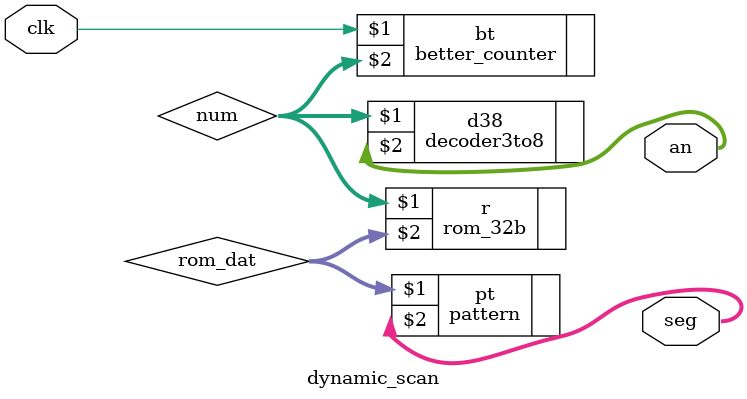
<source format=v>
`timescale 1ns / 1ps

module dynamic_scan(clk,  seg, an);
input clk;              // ÏµÍ³Ê±ÖÓ
output wire [7:0] seg;  		// ·Ö±ð¶ÔÓ¦CA¡¢CB¡¢CC¡¢CD¡¢CE¡¢CF¡¢CGºÍDP
output wire [7:0] an;        // 8Î»ÊýÂë¹ÜÆ¬Ñ¡ÐÅºÅ

wire [2:0] num;
wire [3:0] rom_dat;
better_counter bt(clk, num);
decoder3to8 d38(num, an);
rom_32b r(num, rom_dat);
pattern pt(rom_dat, seg);


endmodule


</source>
